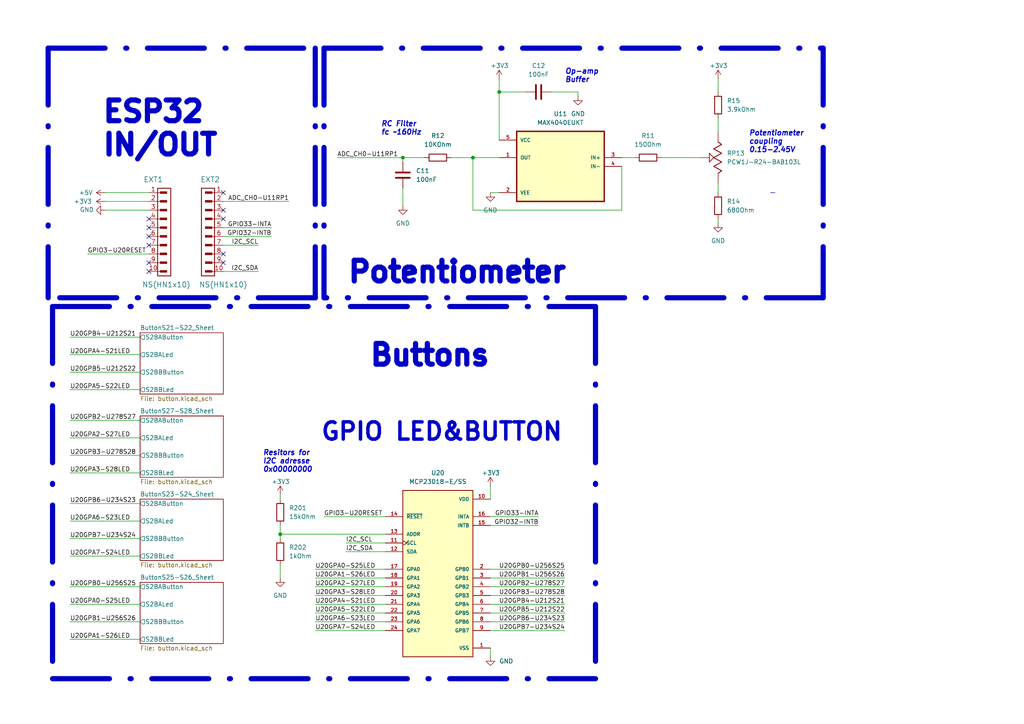
<source format=kicad_sch>
(kicad_sch (version 20211123) (generator eeschema)
  (paper "A4")
  (title_block (title "Peripheral Board") (company "Help-Tec Automation"))
  (lib_symbols
    (symbol "CON10_1" (pin_names (offset 1.016))
      (property "Reference" "EXT1" (at 1.27 13.97 0))
      (property "Value" "NS(HN1x10)" (at -2.54 -16.51 0))
      (symbol "CON10_1_0_0"
        (rectangle (start -2.6416 -12.8524) (end -0.8636 -12.4968))
        (rectangle (start -2.6416 -7.7724) (end -0.8636 -7.4168))
        (rectangle (start -2.6416 -5.2324) (end -0.8636 -4.8768))
        (rectangle (start -2.6416 -2.6924) (end -0.8636 -2.3368))
        (rectangle (start -2.6416 -0.1524) (end -0.8636 0.2032))
        (rectangle (start -2.6416 2.3876) (end -0.8636 2.7432))
        (rectangle (start -2.6416 4.9276) (end -0.8636 5.2832))
        (rectangle (start -2.6416 7.4676) (end -0.8636 7.8232))
        (rectangle (start -2.6162 -12.7508) (end -0.9652 -12.6492))
        (rectangle (start -2.6162 -10.3124) (end -0.8382 -9.9568))
        (rectangle (start -2.6162 -7.6708) (end -0.9652 -7.5692))
        (rectangle (start -2.6162 -5.1308) (end -0.9652 -5.0292))
        (rectangle (start -2.6162 -2.5908) (end -0.9652 -2.4892))
        (rectangle (start -2.6162 -0.0508) (end -0.9652 0.0508))
        (rectangle (start -2.6162 2.4892) (end -0.9652 2.5908))
        (rectangle (start -2.6162 5.0292) (end -0.9652 5.1308))
        (rectangle (start -2.6162 7.5692) (end -0.9652 7.6708))
        (rectangle (start -2.6162 10.0076) (end -0.8382 10.3632))
        (rectangle (start -2.5908 -10.1854) (end -0.9398 -10.0838))
        (rectangle (start -2.5908 10.1346) (end -0.9398 10.2362))
        (rectangle (start -0.9652 -12.573) (end -2.6416 -12.7762))
        (rectangle (start -0.9652 -7.493) (end -2.6416 -7.6962))
        (rectangle (start -0.9652 -4.953) (end -2.6416 -5.1562))
        (rectangle (start -0.9652 -2.413) (end -2.6416 -2.6162))
        (rectangle (start -0.9652 0.127) (end -2.6416 -0.0762))
        (rectangle (start -0.9652 2.667) (end -2.6416 2.4638))
        (rectangle (start -0.9652 5.207) (end -2.6416 5.0038))
        (rectangle (start -0.9652 7.747) (end -2.6416 7.5438))
        (rectangle (start -0.8636 -10.0584) (end -2.54 -10.2616))
        (rectangle (start -0.8636 10.2616) (end -2.54 10.0584))
        (rectangle (start -0.7366 -12.3952) (end -2.667 -12.954))
        (rectangle (start -0.7366 -9.8552) (end -2.667 -10.414))
        (rectangle (start -0.7366 -7.3152) (end -2.667 -7.874))
        (rectangle (start -0.7366 -4.7752) (end -2.667 -5.334))
        (rectangle (start -0.7366 -2.2352) (end -2.667 -2.794))
        (rectangle (start -0.7366 0.3048) (end -2.667 -0.254))
        (rectangle (start -0.7366 2.8448) (end -2.667 2.286))
        (rectangle (start -0.7366 5.3848) (end -2.667 4.826))
        (rectangle (start -0.7366 7.9248) (end -2.667 7.366))
        (rectangle (start -0.7366 10.4648) (end -2.667 9.906))
        (polyline (pts (xy 0 -12.7) (xy -0.762 -12.7)))
        (polyline (pts (xy 0 -10.16) (xy -0.762 -10.16)))
        (polyline (pts (xy 0 -7.62) (xy -0.762 -7.62)))
        (polyline (pts (xy 0 -5.08) (xy -0.762 -5.08)))
        (polyline (pts (xy 0 -2.54) (xy -0.762 -2.54)))
        (polyline (pts (xy 0 0) (xy -0.762 0)))
        (polyline (pts (xy 0 2.54) (xy -0.762 2.54)))
        (polyline (pts (xy 0 5.08) (xy -0.762 5.08)))
        (polyline (pts (xy 0 7.62) (xy -0.762 7.62)))
        (polyline (pts (xy 0 10.16) (xy -0.762 10.16)))
      )
      (symbol "CON10_1_0_1"
        (rectangle (start 0 11.43) (end -3.81 -13.97) (stroke (width 0.254)))
      )
      (symbol "CON10_1_1_1"
        (pin power_out line (at 2.54 10.16 180) (length 2.54) (name "~") (number "1"))
        (pin passive line (at 2.54 -12.7 180) (length 2.54) (name "~") (number "10"))
        (pin power_out line (at 2.54 7.62 180) (length 2.54) (name "~") (number "2"))
        (pin power_out line (at 2.54 5.08 180) (length 2.54) (name "~") (number "3"))
        (pin passive line (at 2.54 2.54 180) (length 2.54) (name "~") (number "4"))
        (pin passive line (at 2.54 0 180) (length 2.54) (name "~") (number "5"))
        (pin passive line (at 2.54 -2.54 180) (length 2.54) (name "~") (number "6"))
        (pin passive line (at 2.54 -5.08 180) (length 2.54) (name "~") (number "7"))
        (pin passive line (at 2.54 -7.62 180) (length 2.54) (name "~") (number "8"))
        (pin passive line (at 2.54 -10.16 180) (length 2.54) (name "~") (number "9"))
      )
    )
    (symbol "Device:C" (pin_numbers hide) (pin_names (offset 0.254))
      (property "Reference" "C" (at 0.635 2.54 0))
      (property "Value" "C" (at 0.635 -2.54 0))
      (symbol "C_0_1"
        (polyline (pts (xy -2.032 -0.762) (xy 2.032 -0.762)) (stroke (width 0.508)))
        (polyline (pts (xy -2.032 0.762) (xy 2.032 0.762)) (stroke (width 0.508)))
      )
      (symbol "C_1_1"
        (pin passive line (at 0 3.81 270) (length 2.794) (name "~") (number "1"))
        (pin passive line (at 0 -3.81 90) (length 2.794) (name "~") (number "2"))
      )
    )
    (symbol "Device:R" (pin_numbers hide) (pin_names (offset 0))
      (property "Reference" "R" (at 2.032 0 90))
      (property "Value" "R" (at 0 0 90))
      (symbol "R_0_1"
        (rectangle (start -1.016 -2.54) (end 1.016 2.54) (stroke (width 0.254)))
      )
      (symbol "R_1_1"
        (pin passive line (at 0 3.81 270) (length 1.27) (name "~") (number "1"))
        (pin passive line (at 0 -3.81 90) (length 1.27) (name "~") (number "2"))
      )
    )
    (symbol "ESP32-PoE-ISO_Rev_H:+3.3V" (power) (pin_names (offset 0))
      (property "Value" "+3.3V" (at 0 3.556 0))
      (symbol "+3.3V_0_1"
        (polyline (pts (xy -0.762 1.27) (xy 0 2.54)))
        (polyline (pts (xy 0 0) (xy 0 2.54)))
        (polyline (pts (xy 0 2.54) (xy 0.762 1.27)))
      )
      (symbol "+3.3V_1_1"
        (pin power_in line (at 0 0 90) (length 0) hide (name "+3V3") (number "1"))
      )
    )
    (symbol "ESP32-PoE-ISO_Rev_H:+5V" (power) (pin_names (offset 0))
      (property "Value" "+5V" (at 0 3.556 0))
      (symbol "+5V_0_1"
        (polyline (pts (xy -0.762 1.27) (xy 0 2.54)))
        (polyline (pts (xy 0 0) (xy 0 2.54)))
        (polyline (pts (xy 0 2.54) (xy 0.762 1.27)))
      )
      (symbol "+5V_1_1"
        (pin power_in line (at 0 0 90) (length 0) hide (name "+5V") (number "1"))
      )
    )
    (symbol "ESP32-PoE-ISO_Rev_H:CON10" (pin_names (offset 1.016))
      (property "Reference" "CON" (at -1.27 12.7 0))
      (property "Value" "CON10" (at -1.27 -15.24 0))
      (symbol "CON10_0_0"
        (rectangle (start -2.6416 -12.8524) (end -0.8636 -12.4968))
        (rectangle (start -2.6416 -7.7724) (end -0.8636 -7.4168))
        (rectangle (start -2.6416 -5.2324) (end -0.8636 -4.8768))
        (rectangle (start -2.6416 -2.6924) (end -0.8636 -2.3368))
        (rectangle (start -2.6416 -0.1524) (end -0.8636 0.2032))
        (rectangle (start -2.6416 2.3876) (end -0.8636 2.7432))
        (rectangle (start -2.6416 4.9276) (end -0.8636 5.2832))
        (rectangle (start -2.6416 7.4676) (end -0.8636 7.8232))
        (rectangle (start -2.6162 -12.7508) (end -0.9652 -12.6492))
        (rectangle (start -2.6162 -10.3124) (end -0.8382 -9.9568))
        (rectangle (start -2.6162 -7.6708) (end -0.9652 -7.5692))
        (rectangle (start -2.6162 -5.1308) (end -0.9652 -5.0292))
        (rectangle (start -2.6162 -2.5908) (end -0.9652 -2.4892))
        (rectangle (start -2.6162 -0.0508) (end -0.9652 0.0508))
        (rectangle (start -2.6162 2.4892) (end -0.9652 2.5908))
        (rectangle (start -2.6162 5.0292) (end -0.9652 5.1308))
        (rectangle (start -2.6162 7.5692) (end -0.9652 7.6708))
        (rectangle (start -2.6162 10.0076) (end -0.8382 10.3632))
        (rectangle (start -2.5908 -10.1854) (end -0.9398 -10.0838))
        (rectangle (start -2.5908 10.1346) (end -0.9398 10.2362))
        (rectangle (start -0.9652 -12.573) (end -2.6416 -12.7762))
        (rectangle (start -0.9652 -7.493) (end -2.6416 -7.6962))
        (rectangle (start -0.9652 -4.953) (end -2.6416 -5.1562))
        (rectangle (start -0.9652 -2.413) (end -2.6416 -2.6162))
        (rectangle (start -0.9652 0.127) (end -2.6416 -0.0762))
        (rectangle (start -0.9652 2.667) (end -2.6416 2.4638))
        (rectangle (start -0.9652 5.207) (end -2.6416 5.0038))
        (rectangle (start -0.9652 7.747) (end -2.6416 7.5438))
        (rectangle (start -0.8636 -10.0584) (end -2.54 -10.2616))
        (rectangle (start -0.8636 10.2616) (end -2.54 10.0584))
        (rectangle (start -0.7366 -12.3952) (end -2.667 -12.954))
        (rectangle (start -0.7366 -9.8552) (end -2.667 -10.414))
        (rectangle (start -0.7366 -7.3152) (end -2.667 -7.874))
        (rectangle (start -0.7366 -4.7752) (end -2.667 -5.334))
        (rectangle (start -0.7366 -2.2352) (end -2.667 -2.794))
        (rectangle (start -0.7366 0.3048) (end -2.667 -0.254))
        (rectangle (start -0.7366 2.8448) (end -2.667 2.286))
        (rectangle (start -0.7366 5.3848) (end -2.667 4.826))
        (rectangle (start -0.7366 7.9248) (end -2.667 7.366))
        (rectangle (start -0.7366 10.4648) (end -2.667 9.906))
        (polyline (pts (xy 0 -12.7) (xy -0.762 -12.7)))
        (polyline (pts (xy 0 -10.16) (xy -0.762 -10.16)))
        (polyline (pts (xy 0 -7.62) (xy -0.762 -7.62)))
        (polyline (pts (xy 0 -5.08) (xy -0.762 -5.08)))
        (polyline (pts (xy 0 -2.54) (xy -0.762 -2.54)))
        (polyline (pts (xy 0 0) (xy -0.762 0)))
        (polyline (pts (xy 0 2.54) (xy -0.762 2.54)))
        (polyline (pts (xy 0 5.08) (xy -0.762 5.08)))
        (polyline (pts (xy 0 7.62) (xy -0.762 7.62)))
        (polyline (pts (xy 0 10.16) (xy -0.762 10.16)))
      )
      (symbol "CON10_0_1"
        (rectangle (start 0 11.43) (end -3.81 -13.97) (stroke (width 0.254)))
      )
      (symbol "CON10_1_1"
        (pin passive line (at 2.54 10.16 180) (length 2.54) (name "~") (number "1"))
        (pin passive line (at 2.54 -12.7 180) (length 2.54) (name "~") (number "10"))
        (pin passive line (at 2.54 7.62 180) (length 2.54) (name "~") (number "2"))
        (pin passive line (at 2.54 5.08 180) (length 2.54) (name "~") (number "3"))
        (pin passive line (at 2.54 2.54 180) (length 2.54) (name "~") (number "4"))
        (pin passive line (at 2.54 0 180) (length 2.54) (name "~") (number "5"))
        (pin passive line (at 2.54 -2.54 180) (length 2.54) (name "~") (number "6"))
        (pin passive line (at 2.54 -5.08 180) (length 2.54) (name "~") (number "7"))
        (pin passive line (at 2.54 -7.62 180) (length 2.54) (name "~") (number "8"))
        (pin passive line (at 2.54 -10.16 180) (length 2.54) (name "~") (number "9"))
      )
    )
    (symbol "ESP32-PoE-ISO_Rev_H:GND" (power) (pin_names (offset 0))
      (property "Value" "GND" (at 0 -3.81 0))
      (symbol "GND_0_1"
        (polyline (pts (xy 0 0) (xy 0 -1.27) (xy 1.27 -1.27) (xy 0 -2.54) (xy -1.27 -1.27) (xy 0 -1.27)))
      )
      (symbol "GND_1_1"
        (pin power_in line (at 0 0 270) (length 0) hide (name "GND") (number "1"))
      )
    )
    (symbol "MAX4040EUKT:MAX4040EUKT" (pin_names (offset 1.016))
      (property "Reference" "U" (at -12.7 11.1506 0))
      (property "Value" "MAX4040EUKT" (at -12.7 -14.1478 0))
      (symbol "MAX4040EUKT_0_0"
        (rectangle (start -12.7 -10.16) (end 12.7 10.16) (stroke (width 0.4064)) (fill (type background)))
        (pin output line (at 17.78 2.54 180) (length 5.08) (name "OUT") (number "1"))
        (pin power_in line (at 17.78 -7.62 180) (length 5.08) (name "VEE") (number "2"))
        (pin input line (at -17.78 2.54 0) (length 5.08) (name "IN+") (number "3"))
        (pin input line (at -17.78 0 0) (length 5.08) (name "IN-") (number "4"))
        (pin power_in line (at 17.78 7.62 180) (length 5.08) (name "VCC") (number "5"))
      )
    )
    (symbol "MCP23018-E_SS:MCP23018-E{slash}SS" (pin_names (offset 1.016))
      (property "Reference" "U" (at -10.16 26.035 0))
      (property "Value" "MCP23018-E{slash}SS" (at -10.16 -25.4 0))
      (symbol "MCP23018-E{slash}SS_0_0"
        (rectangle (start -10.16 -22.86) (end 10.16 25.4) (stroke (width 0.254)) (fill (type background)))
        (pin power_in line (at 15.24 -20.32 180) (length 5.08) (name "VSS") (number "1"))
        (pin power_in line (at 15.24 22.86 180) (length 5.08) (name "VDD") (number "10"))
        (pin input clock (at -15.24 10.16 0) (length 5.08) (name "SCL") (number "11"))
        (pin bidirectional line (at -15.24 7.62 0) (length 5.08) (name "SDA") (number "12"))
        (pin input line (at -15.24 12.7 0) (length 5.08) (name "ADDR") (number "13"))
        (pin input line (at -15.24 17.78 0) (length 5.08) (name "~{RESET}") (number "14"))
        (pin output line (at 15.24 15.24 180) (length 5.08) (name "INTB") (number "15"))
        (pin output line (at 15.24 17.78 180) (length 5.08) (name "INTA") (number "16"))
        (pin bidirectional line (at -15.24 2.54 0) (length 5.08) (name "GPA0") (number "17"))
        (pin bidirectional line (at -15.24 0 0) (length 5.08) (name "GPA1") (number "18"))
        (pin bidirectional line (at -15.24 -2.54 0) (length 5.08) (name "GPA2") (number "19"))
        (pin bidirectional line (at 15.24 2.54 180) (length 5.08) (name "GPB0") (number "2"))
        (pin bidirectional line (at -15.24 -5.08 0) (length 5.08) (name "GPA3") (number "20"))
        (pin bidirectional line (at -15.24 -7.62 0) (length 5.08) (name "GPA4") (number "21"))
        (pin bidirectional line (at -15.24 -10.16 0) (length 5.08) (name "GPA5") (number "22"))
        (pin bidirectional line (at -15.24 -12.7 0) (length 5.08) (name "GPA6") (number "23"))
        (pin bidirectional line (at -15.24 -15.24 0) (length 5.08) (name "GPA7") (number "24"))
        (pin bidirectional line (at 15.24 0 180) (length 5.08) (name "GPB1") (number "3"))
        (pin bidirectional line (at 15.24 -2.54 180) (length 5.08) (name "GPB2") (number "4"))
        (pin bidirectional line (at 15.24 -5.08 180) (length 5.08) (name "GPB3") (number "5"))
        (pin bidirectional line (at 15.24 -7.62 180) (length 5.08) (name "GPB4") (number "6"))
        (pin bidirectional line (at 15.24 -10.16 180) (length 5.08) (name "GPB5") (number "7"))
        (pin bidirectional line (at 15.24 -12.7 180) (length 5.08) (name "GPB6") (number "8"))
        (pin bidirectional line (at 15.24 -15.24 180) (length 5.08) (name "GPB7") (number "9"))
      )
    )
    (symbol "PCW1J-R24-BAB103L:PCW1J-R24-BAB103L" (pin_numbers hide) (pin_names (offset 1.016) hide)
      (property "Reference" "R" (at -5.08 5.08 0))
      (property "Value" "PCW1J-R24-BAB103L" (at -5.08 2.54 0))
      (symbol "PCW1J-R24-BAB103L_0_0"
        (polyline (pts (xy -5.08 0) (xy -4.572 0)) (stroke (width 0.1524)))
        (polyline (pts (xy -4.572 0) (xy -3.81 1.016)) (stroke (width 0.254)))
        (polyline (pts (xy -3.81 1.016) (xy -2.54 -1.27)) (stroke (width 0.254)))
        (polyline (pts (xy -2.54 -1.27) (xy -1.27 1.016)) (stroke (width 0.254)))
        (polyline (pts (xy -1.27 -2.54) (xy 0 -1.27)) (stroke (width 0.2032)))
        (polyline (pts (xy -1.27 1.016) (xy 0 -1.27)) (stroke (width 0.254)))
        (polyline (pts (xy 0 -1.27) (xy 1.27 -2.54)) (stroke (width 0.2032)))
        (polyline (pts (xy 0 -1.27) (xy 1.27 1.016)) (stroke (width 0.254)))
        (polyline (pts (xy 1.27 -2.54) (xy -1.27 -2.54)) (stroke (width 0.2032)))
        (polyline (pts (xy 1.27 1.016) (xy 2.54 -1.27)) (stroke (width 0.254)))
        (polyline (pts (xy 2.54 -1.27) (xy 3.81 1.016)) (stroke (width 0.254)))
        (polyline (pts (xy 3.81 1.016) (xy 4.572 0)) (stroke (width 0.254)))
        (polyline (pts (xy 4.572 0) (xy 5.08 0)) (stroke (width 0.1524)))
        (pin passive line (at -7.62 0 0) (length 2.54) (name "~") (number "1"))
        (pin passive line (at 0 -5.08 90) (length 2.54) (name "~") (number "2"))
        (pin passive line (at 7.62 0 180) (length 2.54) (name "~") (number "3"))
      )
    )
    (symbol "power:GND" (power) (pin_names (offset 0))
      (property "Value" "GND" (at 0 -3.81 0))
      (symbol "GND_0_1"
        (polyline (pts (xy 0 0) (xy 0 -1.27) (xy 1.27 -1.27) (xy 0 -2.54) (xy -1.27 -1.27) (xy 0 -1.27)))
      )
      (symbol "GND_1_1"
        (pin power_in line (at 0 0 270) (length 0) hide (name "GND") (number "1"))
      )
    )
  )
  (junction (at 137.16 45.72))
  (junction (at 116.84 45.72))
  (junction (at 81.28 154.94))
  (junction (at 144.78 26.67))
  (no_connect (at 43.18 76.2))
  (no_connect (at 43.18 68.58))
  (no_connect (at 64.77 73.66))
  (no_connect (at 64.77 55.88))
  (no_connect (at 64.77 63.5))
  (no_connect (at 64.77 60.96))
  (no_connect (at 43.18 66.04))
  (no_connect (at 43.18 78.74))
  (no_connect (at 43.18 71.12))
  (no_connect (at 64.77 76.2))
  (no_connect (at 43.18 63.5))
  (wire (pts (xy 208.28 63.5) (xy 208.28 64.77)))
  (wire (pts (xy 91.44 172.72) (xy 111.76 172.72)))
  (wire (pts (xy 20.32 113.03) (xy 40.64 113.03)))
  (wire (pts (xy 43.18 58.42) (xy 30.48 58.42)))
  (wire (pts (xy 91.44 167.64) (xy 111.76 167.64)))
  (wire (pts (xy 81.28 163.83) (xy 81.28 167.64)))
  (wire (pts (xy 20.32 180.34) (xy 40.64 180.34)))
  (wire (pts (xy 20.32 127) (xy 40.64 127)))
  (wire (pts (xy 40.64 97.79) (xy 20.32 97.79)))
  (wire (pts (xy 93.98 149.86) (xy 111.76 149.86)))
  (wire (pts (xy 20.32 151.13) (xy 40.64 151.13)))
  (wire (pts (xy 20.32 170.18) (xy 40.64 170.18)))
  (wire (pts (xy 144.78 40.64) (xy 144.78 26.67)))
  (wire (pts (xy 144.78 22.86) (xy 144.78 26.67)))
  (wire (pts (xy 20.32 107.95) (xy 40.64 107.95)))
  (wire (pts (xy 163.83 177.8) (xy 142.24 177.8)))
  (wire (pts (xy 20.32 156.21) (xy 40.64 156.21)))
  (polyline (pts (xy 93.98 13.97) (xy 238.76 13.97)) (stroke (width 1.5) (type dash_dot)))
  (polyline (pts (xy 238.76 13.97) (xy 238.76 86.36)) (stroke (width 1.5) (type dash_dot)))
  (wire (pts (xy 20.32 121.92) (xy 40.64 121.92)))
  (wire (pts (xy 144.78 26.67) (xy 152.4 26.67)))
  (wire (pts (xy 100.33 157.48) (xy 111.76 157.48)))
  (wire (pts (xy 91.44 177.8) (xy 111.76 177.8)))
  (wire (pts (xy 163.83 170.18) (xy 142.24 170.18)))
  (polyline (pts (xy 223.52 55.88) (xy 224.79 55.88)))
  (wire (pts (xy 97.79 45.72) (xy 116.84 45.72)))
  (wire (pts (xy 160.02 26.67) (xy 167.64 26.67)))
  (wire (pts (xy 180.34 48.26) (xy 180.34 60.96)))
  (wire (pts (xy 78.74 68.58) (xy 64.77 68.58)))
  (wire (pts (xy 142.24 55.88) (xy 144.78 55.88)))
  (wire (pts (xy 20.32 185.42) (xy 40.64 185.42)))
  (wire (pts (xy 163.83 167.64) (xy 142.24 167.64)))
  (wire (pts (xy 163.83 165.1) (xy 142.24 165.1)))
  (wire (pts (xy 43.18 73.66) (xy 25.4 73.66)))
  (wire (pts (xy 20.32 132.08) (xy 40.64 132.08)))
  (polyline (pts (xy 172.72 88.9) (xy 172.72 196.85)) (stroke (width 1.5) (type dash_dot)))
  (wire (pts (xy 20.32 146.05) (xy 40.64 146.05)))
  (polyline (pts (xy 91.44 86.36) (xy 13.97 86.36)) (stroke (width 1.5) (type dash_dot)))
  (wire (pts (xy 20.32 175.26) (xy 40.64 175.26)))
  (wire (pts (xy 163.83 175.26) (xy 142.24 175.26)))
  (polyline (pts (xy 15.24 88.9) (xy 15.24 196.85)) (stroke (width 1.5) (type dash_dot)))
  (wire (pts (xy 142.24 140.97) (xy 142.24 144.78)))
  (wire (pts (xy 91.44 175.26) (xy 111.76 175.26)))
  (polyline (pts (xy 15.24 88.9) (xy 172.72 88.9)) (stroke (width 1.5) (type dash_dot)))
  (wire (pts (xy 30.48 55.88) (xy 43.18 55.88)))
  (wire (pts (xy 137.16 45.72) (xy 144.78 45.72)))
  (wire (pts (xy 142.24 149.86) (xy 156.21 149.86)))
  (wire (pts (xy 180.34 45.72) (xy 184.15 45.72)))
  (wire (pts (xy 81.28 143.51) (xy 81.28 144.78)))
  (wire (pts (xy 116.84 45.72) (xy 123.19 45.72)))
  (wire (pts (xy 116.84 54.61) (xy 116.84 59.69)))
  (wire (pts (xy 81.28 154.94) (xy 81.28 156.21)))
  (polyline (pts (xy 91.44 13.97) (xy 91.44 86.36)) (stroke (width 1.5) (type dash_dot)))
  (wire (pts (xy 167.64 26.67) (xy 167.64 27.94)))
  (wire (pts (xy 20.32 161.29) (xy 40.64 161.29)))
  (wire (pts (xy 43.18 60.96) (xy 30.48 60.96)))
  (wire (pts (xy 163.83 172.72) (xy 142.24 172.72)))
  (wire (pts (xy 163.83 182.88) (xy 142.24 182.88)))
  (wire (pts (xy 81.28 154.94) (xy 111.76 154.94)))
  (wire (pts (xy 137.16 60.96) (xy 137.16 45.72)))
  (wire (pts (xy 20.32 102.87) (xy 40.64 102.87)))
  (wire (pts (xy 81.28 152.4) (xy 81.28 154.94)))
  (polyline (pts (xy 13.97 13.97) (xy 13.97 86.36)) (stroke (width 1.5) (type dash_dot)))
  (wire (pts (xy 74.93 78.74) (xy 64.77 78.74)))
  (wire (pts (xy 64.77 71.12) (xy 74.93 71.12)))
  (wire (pts (xy 64.77 58.42) (xy 83.82 58.42)))
  (polyline (pts (xy 238.76 86.36) (xy 93.98 86.36)) (stroke (width 1.5) (type dash_dot)))
  (polyline (pts (xy 13.97 13.97) (xy 91.44 13.97)) (stroke (width 1.5) (type dash_dot)))
  (wire (pts (xy 111.76 160.02) (xy 100.33 160.02)))
  (wire (pts (xy 91.44 180.34) (xy 111.76 180.34)))
  (wire (pts (xy 142.24 187.96) (xy 142.24 190.5)))
  (polyline (pts (xy 15.24 196.85) (xy 172.72 196.85)) (stroke (width 1.5) (type dash_dot)))
  (wire (pts (xy 116.84 45.72) (xy 116.84 46.99)))
  (wire (pts (xy 137.16 60.96) (xy 180.34 60.96)))
  (wire (pts (xy 91.44 165.1) (xy 111.76 165.1)))
  (polyline (pts (xy 93.98 13.97) (xy 93.98 86.36)) (stroke (width 1.5) (type dash_dot)))
  (wire (pts (xy 191.77 45.72) (xy 203.2 45.72)))
  (wire (pts (xy 78.74 66.04) (xy 64.77 66.04)))
  (wire (pts (xy 130.81 45.72) (xy 137.16 45.72)))
  (wire (pts (xy 20.32 137.16) (xy 40.64 137.16)))
  (wire (pts (xy 208.28 22.86) (xy 208.28 26.67)))
  (wire (pts (xy 208.28 34.29) (xy 208.28 38.1)))
  (wire (pts (xy 163.83 180.34) (xy 142.24 180.34)))
  (wire (pts (xy 142.24 152.4) (xy 156.21 152.4)))
  (wire (pts (xy 91.44 170.18) (xy 111.76 170.18)))
  (wire (pts (xy 111.76 182.88) (xy 91.44 182.88)))
  (wire (pts (xy 208.28 53.34) (xy 208.28 55.88)))
  (text "Potentiometer\ncoupling\n0.15-2.45V" (at 217.17 44.45 0) (effects (font (size 1.5 1.5) (thickness 0.3) bold italic) (justify left bottom)))
  (text "Potentiometer" (at 100.33 82.55 0) (effects (font (size 6 6) (thickness 2) bold) (justify left bottom)))
  (text "Buttons" (at 106.68 106.68 0) (effects (font (size 6 6) (thickness 2) bold) (justify left bottom)))
  (text "Resitors for\nI2C adresse\n0x00000000" (at 76.2 137.16 0) (effects (font (size 1.5 1.5) (thickness 0.3) bold italic) (justify left bottom)))
  (text "RC Filter\nfc ~160Hz" (at 110.49 39.37 0) (effects (font (size 1.5 1.5) (thickness 0.3) bold italic) (justify left bottom)))
  (text "Op-amp\nBuffer" (at 163.83 24.13 0) (effects (font (size 1.5 1.5) (thickness 0.3) bold italic) (justify left bottom)))
  (text "ESP32\nIN/OUT" (at 29.21 45.72 0) (effects (font (size 6 6) (thickness 2) bold) (justify left bottom)))
  (text "GPIO LED&BUTTON" (at 92.71 128.27 0) (effects (font (size 5 5) (thickness 1) bold) (justify left bottom)))
  (label "ADC_CH0-U11RP1" (at 97.79 45.72 0))
  (label "U20GPB1-U256S26" (at 20.32 180.34 0))
  (label "I2C_SCL" (at 74.93 71.12 180))
  (label "U20GPA4-S21LED" (at 91.44 175.26 0))
  (label "U20GPA5-S22LED" (at 20.32 113.03 0))
  (label "U20GPA5-S22LED" (at 91.44 177.8 0))
  (label "U20GPB2-U278S27" (at 20.32 121.92 0))
  (label "GPIO32-INTB" (at 78.74 68.58 180))
  (label "U20GPA6-S23LED" (at 20.32 151.13 0))
  (label "U20GPB4-U212S21" (at 163.83 175.26 180))
  (label "ADC_CH0-U11RP1" (at 83.82 58.42 180))
  (label "GPIO33-INTA" (at 156.21 149.86 180))
  (label "GPIO3-U20RESET" (at 25.4 73.66 0))
  (label "U20GPA1-S26LED" (at 91.44 167.64 0))
  (label "U20GPA3-S28LED" (at 91.44 172.72 0))
  (label "U20GPB7-U234S24" (at 20.32 156.21 0))
  (label "GPIO3-U20RESET" (at 93.98 149.86 0))
  (label "U20GPB3-U278S28" (at 20.32 132.08 0))
  (label "U20GPA1-S26LED" (at 20.32 185.42 0))
  (label "I2C_SDA" (at 100.33 160.02 0))
  (label "U20GPA7-S24LED" (at 91.44 182.88 0))
  (label "I2C_SDA" (at 74.93 78.74 180))
  (label "I2C_SCL" (at 100.33 157.48 0))
  (label "U20GPB0-U256S25" (at 20.32 170.18 0))
  (label "GPIO33-INTA" (at 78.74 66.04 180))
  (label "U20GPB2-U278S27" (at 163.83 170.18 180))
  (label "U20GPA3-S28LED" (at 20.32 137.16 0))
  (label "U20GPA0-S25LED" (at 20.32 175.26 0))
  (label "U20GPA4-S21LED" (at 20.32 102.87 0))
  (label "U20GPB3-U278S28" (at 163.83 172.72 180))
  (label "U20GPB6-U234S23" (at 163.83 180.34 180))
  (label "U20GPB6-U234S23" (at 20.32 146.05 0))
  (label "U20GPA6-S23LED" (at 91.44 180.34 0))
  (label "U20GPA7-S24LED" (at 20.32 161.29 0))
  (label "U20GPB1-U256S26" (at 163.83 167.64 180))
  (label "U20GPB0-U256S25" (at 163.83 165.1 180))
  (label "U20GPB5-U212S22" (at 163.83 177.8 180))
  (label "U20GPB4-U212S21" (at 20.32 97.79 0))
  (label "GPIO32-INTB" (at 156.21 152.4 180))
  (label "U20GPB5-U212S22" (at 20.32 107.95 0))
  (label "U20GPA2-S27LED" (at 20.32 127 0))
  (label "U20GPA2-S27LED" (at 91.44 170.18 0))
  (label "U20GPA0-S25LED" (at 91.44 165.1 0))
  (label "U20GPB7-U234S24" (at 163.83 182.88 180))
  (symbol (lib_id "power:GND") (at 167.64 27.94 0) (unit 1)
    (property "Reference" "#PWR0146" (effects hide))
    (property "Value" "GND" (at 167.64 33.02 0))
  )
  (symbol (lib_id "Device:C") (at 116.84 50.8 0) (unit 1)
    (property "Reference" "C11" (at 120.65 49.5299 0) (effects (justify left)))
    (property "Value" "100nF" (at 120.65 52.0699 0) (effects (justify left)))
    (property "Footprint" "Capacitor_SMD:C_0603_1608Metric" (effects hide))
  )
  (symbol (lib_id "Device:R") (at 187.96 45.72 90) (unit 1)
    (property "Reference" "R11" (at 187.96 39.37 90))
    (property "Value" "150Ohm" (at 187.96 41.91 90))
    (property "Footprint" "Resistor_SMD:R_0603_1608Metric" (effects hide))
  )
  (symbol (lib_id "power:GND") (at 81.28 167.64 0) (unit 1)
    (property "Reference" "#PWR0151" (effects hide))
    (property "Value" "GND" (at 81.28 172.72 0))
  )
  (symbol (lib_id "Device:R") (at 81.28 160.02 0) (unit 1)
    (property "Reference" "R202" (at 83.82 158.7499 0) (effects (justify left)))
    (property "Value" "1kOhm" (at 83.82 161.2899 0) (effects (justify left)))
    (property "Footprint" "Resistor_SMD:R_0603_1608Metric" (effects hide))
  )
  (symbol (lib_id "Device:R") (at 81.28 148.59 0) (unit 1)
    (property "Reference" "R201" (at 83.82 147.3199 0) (effects (justify left)))
    (property "Value" "15kOhm" (at 83.82 149.8599 0) (effects (justify left)))
    (property "Footprint" "Resistor_SMD:R_0603_1608Metric" (effects hide))
  )
  (symbol (lib_id "Device:C") (at 156.21 26.67 90) (unit 1)
    (property "Reference" "C12" (at 156.21 19.05 90))
    (property "Value" "100nF" (at 156.21 21.59 90))
    (property "Footprint" "Capacitor_SMD:C_0603_1608Metric" (effects hide))
  )
  (symbol (lib_id "ESP32-PoE-ISO_Rev_H:+3.3V") (at 30.48 58.42 90) (unit 1)
    (property "Reference" "#PWR0103" (effects hide))
    (property "Value" "+3.3V" (at 26.67 58.4199 90) (effects (justify left)))
  )
  (symbol (lib_id "power:GND") (at 142.24 190.5 0) (unit 1)
    (property "Reference" "#PWR0140" (effects hide))
    (property "Value" "GND" (at 144.78 191.7699 0) (effects (justify left)))
  )
  (symbol (lib_id "power:GND") (at 142.24 55.88 0) (unit 1)
    (property "Reference" "#PWR0150" (effects hide))
    (property "Value" "GND" (at 142.24 60.96 0))
  )
  (symbol (lib_id "ESP32-PoE-ISO_Rev_H:+3.3V") (at 81.28 143.51 0) (unit 1)
    (property "Reference" "#PWR0142" (effects hide))
    (property "Value" "+3.3V" (at 78.74 139.7 0) (effects (justify left)))
  )
  (symbol (lib_id "ESP32-PoE-ISO_Rev_H:+5V") (at 30.48 55.88 90) (unit 1)
    (property "Reference" "#PWR0136" (effects hide))
    (property "Value" "+5V" (at 22.86 55.88 90) (effects (justify right)))
  )
  (symbol (lib_name "CON10_1") (lib_id "ESP32-PoE-ISO_Rev_H:CON10") (at 45.72 66.04 0) (mirror y) (unit 1)
    (property "Reference" "EXT1" (at 44.45 52.07 0) (effects (font (size 1.524 1.524))))
    (property "Value" "NS(HN1x10)" (at 48.26 82.55 0) (effects (font (size 1.524 1.524))))
    (property "Footprint" "connecteur:HN1x10" (effects hide))
  )
  (symbol (lib_id "MCP23018-E_SS:MCP23018-E{slash}SS") (at 127 167.64 0) (unit 1)
    (property "Reference" "U20" (at 127 137.16 0))
    (property "Value" "MCP23018-E/SS" (at 127 139.7 0))
    (property "Footprint" "MCP23018-E_SS:SOP65P780X200-24N" (effects hide))
    (property "STANDARD" "IPC-7351B" (effects hide))
    (property "PARTREV" "N/A" (effects hide))
    (property "MANUFACTURER" "Microchip" (effects hide))
  )
  (symbol (lib_id "power:GND") (at 208.28 64.77 0) (unit 1)
    (property "Reference" "#PWR0115" (effects hide))
    (property "Value" "GND" (at 208.28 69.85 0))
  )
  (symbol (lib_id "power:GND") (at 116.84 59.69 0) (unit 1)
    (property "Reference" "#PWR0149" (effects hide))
    (property "Value" "GND" (at 116.84 64.77 0))
  )
  (symbol (lib_id "ESP32-PoE-ISO_Rev_H:+3.3V") (at 144.78 22.86 0) (unit 1)
    (property "Reference" "#PWR0120" (effects hide))
    (property "Value" "+3.3V" (at 142.24 19.05 0) (effects (justify left)))
  )
  (symbol (lib_id "ESP32-PoE-ISO_Rev_H:GND") (at 30.48 60.96 270) (mirror x) (unit 1)
    (property "Reference" "#PWR0131" (effects hide))
    (property "Value" "GND" (at 27.2288 60.833 90) (effects (justify right)))
  )
  (symbol (lib_id "Device:R") (at 208.28 59.69 0) (unit 1)
    (property "Reference" "R14" (at 210.82 58.4199 0) (effects (justify left)))
    (property "Value" "680Ohm" (at 210.82 60.9599 0) (effects (justify left)))
    (property "Footprint" "Resistor_SMD:R_0603_1608Metric" (effects hide))
  )
  (symbol (lib_id "ESP32-PoE-ISO_Rev_H:CON10") (at 62.23 66.04 0) (unit 1)
    (property "Reference" "EXT2" (at 60.96 52.07 0) (effects (font (size 1.524 1.524))))
    (property "Value" "NS(HN1x10)" (at 64.77 82.55 0) (effects (font (size 1.524 1.524))))
    (property "Footprint" "connecteur:HN1x10" (effects hide))
  )
  (symbol (lib_id "Device:R") (at 127 45.72 90) (unit 1)
    (property "Reference" "R12" (at 127 39.37 90))
    (property "Value" "10KOhm" (at 127 41.91 90))
    (property "Footprint" "Resistor_SMD:R_0603_1608Metric" (effects hide))
  )
  (symbol (lib_id "PCW1J-R24-BAB103L:PCW1J-R24-BAB103L") (at 208.28 45.72 270) (unit 1)
    (property "Reference" "RP13" (at 210.82 44.4499 90) (effects (justify left)))
    (property "Value" "PCW1J-R24-BAB103L" (at 210.82 46.9899 90) (effects (justify left)))
    (property "Footprint" "PCW1J-R24-BAB103L:TRIM_PCW1J-R24-BAB103L" (effects hide))
    (property "MAXIMUM_PACKAGE_HIEGHT" "32.31mm" (effects hide))
    (property "STANDARD" "Manufacturer Recommendations" (effects hide))
    (property "PARTREV" "10/19" (effects hide))
    (property "MANUFACTURER" "Bourns" (effects hide))
  )
  (symbol (lib_id "ESP32-PoE-ISO_Rev_H:+3.3V") (at 208.28 22.86 0) (unit 1)
    (property "Reference" "#PWR0123" (effects hide))
    (property "Value" "+3.3V" (at 205.74 19.05 0) (effects (justify left)))
  )
  (symbol (lib_id "ESP32-PoE-ISO_Rev_H:+3.3V") (at 142.24 140.97 0) (unit 1)
    (property "Reference" "#PWR0144" (effects hide))
    (property "Value" "+3.3V" (at 139.7 137.16 0) (effects (justify left)))
  )
  (symbol (lib_id "MAX4040EUKT:MAX4040EUKT") (at 162.56 48.26 0) (mirror y) (unit 1)
    (property "Reference" "U11" (at 162.56 33.02 0))
    (property "Value" "MAX4040EUKT" (at 162.56 35.56 0))
    (property "Footprint" "MAX4040EUKT:SOT95P280X145-5N" (effects hide))
  )
  (symbol (lib_id "Device:R") (at 208.28 30.48 0) (unit 1)
    (property "Reference" "R15" (at 210.82 29.2099 0) (effects (justify left)))
    (property "Value" "3.9kOhm" (at 210.82 31.7499 0) (effects (justify left)))
    (property "Footprint" "Resistor_SMD:R_0603_1608Metric" (effects hide))
  )
  (sheet (at 40.64 120.65) (size 24.13 17.78) (stroke (width 0.1524))
    (property "Sheet name" "ButtonS27-S28_Sheet" (at 40.64 119.9384 0) (effects (justify left bottom)))
    (property "Sheet file" "button.kicad_sch" (at 40.64 139.0146 0) (effects (justify left top)))
    (pin "S2BBButton" output (at 40.64 132.08 180))
    (pin "S2BAButton" output (at 40.64 121.92 180))
    (pin "S2BALed" output (at 40.64 127 180))
    (pin "S2BBLed" output (at 40.64 137.16 180))
  )
  (sheet (at 40.64 96.52) (size 24.13 17.78) (stroke (width 0.1524))
    (property "Sheet name" "ButtonS21-S22_Sheet" (at 40.64 95.8084 0) (effects (justify left bottom)))
    (property "Sheet file" "button.kicad_sch" (at 40.64 114.8846 0) (effects (justify left top)))
    (pin "S2BBButton" output (at 40.64 107.95 180))
    (pin "S2BAButton" output (at 40.64 97.79 180))
    (pin "S2BALed" output (at 40.64 102.87 180))
    (pin "S2BBLed" output (at 40.64 113.03 180))
  )
  (sheet (at 40.64 168.91) (size 24.13 17.78) (stroke (width 0.1524))
    (property "Sheet name" "ButtonS25-S26_Sheet" (at 40.64 168.1984 0) (effects (justify left bottom)))
    (property "Sheet file" "button.kicad_sch" (at 40.64 187.2746 0) (effects (justify left top)))
    (pin "S2BBButton" output (at 40.64 180.34 180))
    (pin "S2BAButton" output (at 40.64 170.18 180))
    (pin "S2BALed" output (at 40.64 175.26 180))
    (pin "S2BBLed" output (at 40.64 185.42 180))
  )
  (sheet (at 40.64 144.78) (size 24.13 17.78) (stroke (width 0.1524))
    (property "Sheet name" "ButtonS23-S24_Sheet" (at 40.64 144.0684 0) (effects (justify left bottom)))
    (property "Sheet file" "button.kicad_sch" (at 40.64 163.1446 0) (effects (justify left top)))
    (pin "S2BBButton" output (at 40.64 156.21 180))
    (pin "S2BAButton" output (at 40.64 146.05 180))
    (pin "S2BALed" output (at 40.64 151.13 180))
    (pin "S2BBLed" output (at 40.64 161.29 180))
  )
)
</source>
